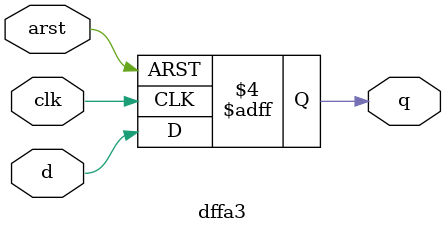
<source format=v>

module dff(clk, d, q);
input clk, d;
output reg q;
always @(posedge clk)
	q <= d;
endmodule

module dffa(clk, arst, d, q);
input clk, arst, d;
output reg q;
always @(posedge clk or posedge arst) begin
	if (arst)
		q <= 1;
	else
		q <= d;
end
endmodule

module dffa1(clk, arst, d, q);
input clk, arst, d;
output reg q;
always @(posedge clk or negedge arst) begin
	if (~arst)
		q <= 0;
	else
		q <= d;
end
endmodule

module dffa2(clk, arst, d, q);
input clk, arst, d;
output reg q;
always @(posedge clk or negedge arst) begin
	if (!arst)
		q <= 0;
	else
		q <= d;
end
endmodule

module dffa3(clk, arst, d, q);
input clk, arst, d;
output reg q;
always @(posedge clk or negedge arst) begin
	if (~(!arst))
		q <= d;
	else
		q <= 1;
end
endmodule


</source>
